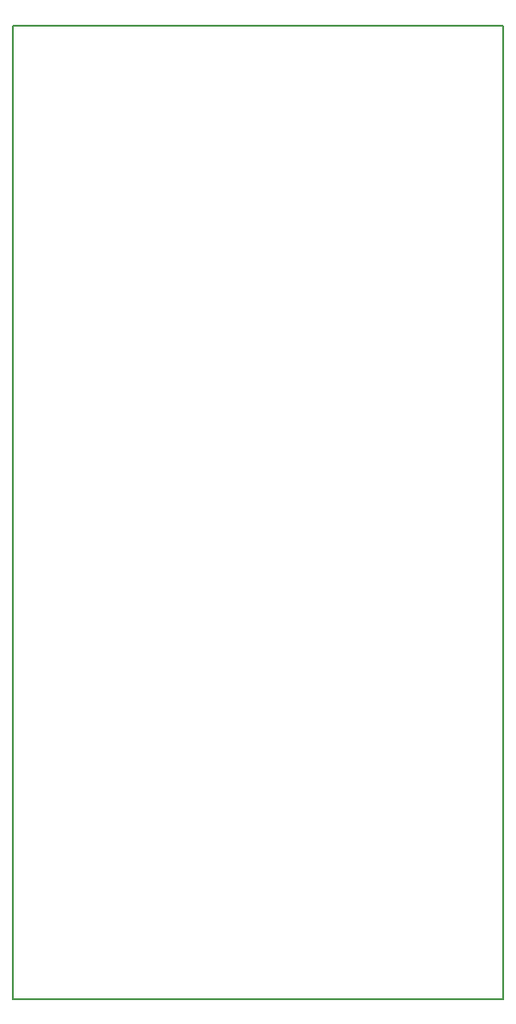
<source format=gbr>
G04 #@! TF.GenerationSoftware,KiCad,Pcbnew,5.0.2-bee76a0~70~ubuntu18.04.1*
G04 #@! TF.CreationDate,2019-01-09T10:49:10-06:00*
G04 #@! TF.ProjectId,giant,6769616e-742e-46b6-9963-61645f706362,rev?*
G04 #@! TF.SameCoordinates,Original*
G04 #@! TF.FileFunction,Profile,NP*
%FSLAX46Y46*%
G04 Gerber Fmt 4.6, Leading zero omitted, Abs format (unit mm)*
G04 Created by KiCad (PCBNEW 5.0.2-bee76a0~70~ubuntu18.04.1) date Wed 09 Jan 2019 10:49:10 AM CST*
%MOMM*%
%LPD*%
G01*
G04 APERTURE LIST*
%ADD10C,0.150000*%
G04 APERTURE END LIST*
D10*
X108966000Y-76454000D02*
X63754000Y-76454000D01*
X108966000Y-166116000D02*
X108966000Y-76454000D01*
X63754000Y-166116000D02*
X108966000Y-166116000D01*
X63754000Y-76454000D02*
X63754000Y-166116000D01*
M02*

</source>
